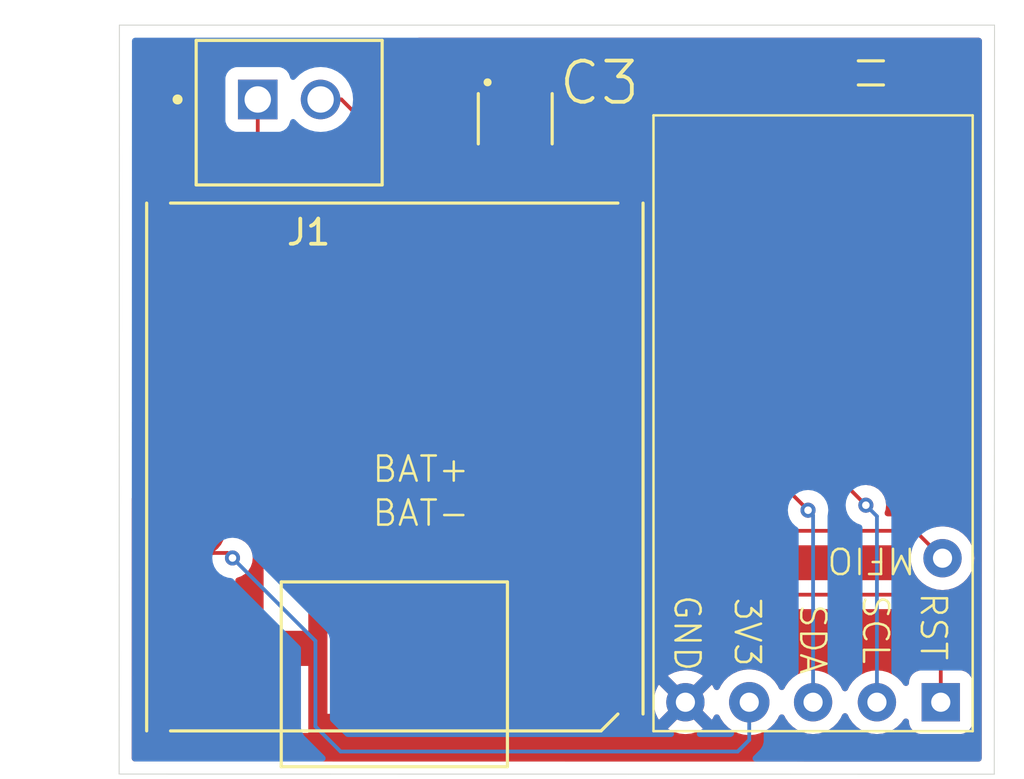
<source format=kicad_pcb>
(kicad_pcb (version 20240108) (generator "pcbnew") (generator_version "8.0")
  (layers (0 "F.Cu" signal "Front") (1 "In1.Cu" signal) (2 "In2.Cu" signal) (31 "B.Cu" signal "Back") (34 "B.Paste" user) (35 "F.Paste" user) (36 "B.SilkS" user "B.Silkscreen") (37 "F.SilkS" user "F.Silkscreen") (38 "B.Mask" user) (39 "F.Mask" user) (44 "Edge.Cuts" user))
  (net 0 "")
  (net 2 "GND")
  (net 3 "/3V3")
  (net 7 "/RST")
  (net 10 "/SCK")
  (net 13 "/MFIO")
  (net 14 "/SDA")
  (net 17 "Net-(U3-BAT_-)")
  (net 18 "Net-(U3-BAT_+)")
  (footprint "CDD Updated:CAPC1608X90N_47uF" (layer "F.Cu") (at 127 79 180)
    (property "Reference" "C3" (at 3.4 -0.3 0) (layer "F.SilkS") (effects (font (size 1.64 1.64))))
    (property "Value" "CL10A475KP8NNNC" (hide yes))
    (pad "1" smd rect (at -0.7112 0 180) (size 0.6604 0.9398) (layers "F.Cu" "F.Paste" "F.Mask") (net 3 "/3V3"))
    (pad "2" smd rect (at 0.7112 0 180) (size 0.6604 0.9398) (layers "F.Cu" "F.Paste" "F.Mask") (net 2 "GND"))
  )
  (footprint "CDD Updated:JST_B2B-XH-A" (layer "F.Cu") (at 111.2552 80.4826 180)
    (property "Reference" "J1" (at -0.775 -4.76 0) (layer "F.SilkS"))
    (property "Value" "B2B-XH-A" (hide yes))
    (fp_line (start 3.7 2.875) (end -3.7 2.875) (stroke (width 0.127)) (layer "F.SilkS"))
    (fp_line (start 3.7 -2.875) (end 3.7 2.875) (stroke (width 0.127)) (layer "F.SilkS"))
    (fp_line (start -3.7 2.875) (end -3.7 -2.875) (stroke (width 0.127)) (layer "F.SilkS"))
    (fp_line (start -3.7 -2.875) (end 3.7 -2.875) (stroke (width 0.127)) (layer "F.SilkS"))
    (fp_circle (center 4.44 0.525) (end 4.54 0.525) (stroke (width 0.2)) (fill none) (layer "F.SilkS"))
    (pad "1" thru_hole rect (at 1.25 0.525 180) (size 1.575 1.575) (drill 1.05) (layers "*.Cu" "*.Mask") (net 17 "Net-(U3-BAT_-)"))
    (pad "2" thru_hole circle (at -1.25 0.525 180) (size 1.575 1.575) (drill 1.05) (layers "*.Cu" "*.Mask") (net 18 "Net-(U3-BAT_+)"))
  )
  (footprint "CDD Updated:MOUDLE14P-SMD-2.54-21X17.8MM" (layer "F.Cu") (at 124.335 84.08 180)
    (property "Reference" "U3" (hide yes))
    (property "Value" "MOUDLE-SEEEDUINO-XIAO-ESP32C3")
    (fp_line (start 18.75 0) (end 18.75 -21) (stroke (width 0.127)) (layer "F.SilkS"))
    (fp_line (start 17.8 -21) (end 0.671541 -21) (stroke (width 0.127)) (layer "F.SilkS"))
    (fp_line (start 13.395 -15.072) (end 4.396 -15.072) (stroke (width 0.127)) (layer "F.SilkS"))
    (fp_line (start 13.395 -22.424) (end 13.395 -15.072) (stroke (width 0.127)) (layer "F.SilkS"))
    (fp_line (start 4.4 -22.424) (end 13.395 -22.424) (stroke (width 0.127)) (layer "F.SilkS"))
    (fp_line (start 4.396 -15.072) (end 4.396 -22.425) (stroke (width 0.127)) (layer "F.SilkS"))
    (fp_line (start 0.671541 -21) (end 0 -20.3285) (stroke (width 0.127)) (layer "F.SilkS"))
    (fp_line (start 0 0) (end 17.8 0) (stroke (width 0.127)) (layer "F.SilkS"))
    (fp_line (start -1 -20.3285) (end -1 0) (stroke (width 0.127)) (layer "F.SilkS"))
    (fp_text user "BAT-" (at 9.835 -12.92 0) (layer "F.SilkS") (effects (font (thickness 0.1)) (justify left bottom)))
    (fp_text user "BAT+" (at 9.835 -11.17 0) (layer "F.SilkS") (effects (font (thickness 0.1)) (justify left bottom)))
    (pad "1" smd roundrect (at 0.835 -18.12 180) (size 2.75 2) (layers "F.Cu" "F.Paste" "F.Mask") (roundrect_rratio 0.5))
    (pad "2" smd roundrect (at 0.835 -15.58 180) (size 2.75 2) (layers "F.Cu" "F.Paste" "F.Mask") (roundrect_rratio 0.5) (net 7 "/RST"))
    (pad "3" smd roundrect (at 0.835 -13.04 180) (size 2.75 2) (layers "F.Cu" "F.Paste" "F.Mask") (roundrect_rratio 0.5) (net 13 "/MFIO"))
    (pad "4" smd roundrect (at 0.835 -10.5 180) (size 2.75 2) (layers "F.Cu" "F.Paste" "F.Mask") (roundrect_rratio 0.5))
    (pad "5" smd roundrect (at 0.835 -7.96 180) (size 2.75 2) (layers "F.Cu" "F.Paste" "F.Mask") (roundrect_rratio 0.5) (net 14 "/SDA"))
    (pad "6" smd roundrect (at 0.835 -5.42 180) (size 2.75 2) (layers "F.Cu" "F.Paste" "F.Mask") (roundrect_rratio 0.5) (net 10 "/SCK"))
    (pad "7" smd roundrect (at 0.835 -2.88 180) (size 2.75 2) (layers "F.Cu" "F.Paste" "F.Mask") (roundrect_rratio 0.5))
    (pad "8" smd roundrect (at 17 -2.88 180) (size 2.75 2) (layers "F.Cu" "F.Paste" "F.Mask") (roundrect_rratio 0.5))
    (pad "9" smd roundrect (at 17 -5.42 180) (size 2.75 2) (layers "F.Cu" "F.Paste" "F.Mask") (roundrect_rratio 0.5))
    (pad "10" smd roundrect (at 17 -7.96 180) (size 2.75 2) (layers "F.Cu" "F.Paste" "F.Mask") (roundrect_rratio 0.5))
    (pad "11" smd roundrect (at 17 -10.5 180) (size 2.75 2) (layers "F.Cu" "F.Paste" "F.Mask") (roundrect_rratio 0.5))
    (pad "12" smd roundrect (at 17 -13.04 180) (size 2.75 2) (layers "F.Cu" "F.Paste" "F.Mask") (roundrect_rratio 0.5) (net 3 "/3V3"))
    (pad "13" smd roundrect (at 17 -15.58 180) (size 2.75 2) (layers "F.Cu" "F.Paste" "F.Mask") (roundrect_rratio 0.5) (net 2 "GND"))
    (pad "14" smd roundrect (at 17 -18.12 180) (size 2.75 2) (layers "F.Cu" "F.Paste" "F.Mask") (roundrect_rratio 0.5))
    (pad "15" smd roundrect (at 4.05 -11 180) (size 2.75 1) (layers "F.Cu" "F.Paste" "F.Mask") (roundrect_rratio 0.5) (net 18 "Net-(U3-BAT_+)"))
    (pad "16" smd roundrect (at 4.05 -12.9 180) (size 2.75 1) (layers "F.Cu" "F.Paste" "F.Mask") (roundrect_rratio 0.5) (net 17 "Net-(U3-BAT_-)"))
    (zone (net 0) (net_name "") (layer "F.Cu") (connect_pads (clearance 0)) (min_thickness 0.01)
      (keepout (tracks not_allowed) (vias not_allowed) (pads not_allowed) (copperpour not_allowed) (footprints allowed))
      (fill (thermal_gap 0.508) (thermal_bridge_width 0.508))
      (polygon (pts (xy 112.016 101.098) (xy 110.238 101.098) (xy 110.238 98.431) (xy 112.016 98.431)))
    )
    (zone (net 0) (net_name "") (layer "F.Cu") (connect_pads (clearance 0)) (min_thickness 0.01)
      (keepout (tracks not_allowed) (vias not_allowed) (pads not_allowed) (copperpour not_allowed) (footprints allowed))
      (fill (thermal_gap 0.508) (thermal_bridge_width 0.508))
      (polygon (pts (xy 112.016 105.162) (xy 110.238 105.162) (xy 110.238 102.495) (xy 112.016 102.495)))
    )
    (zone (net 0) (net_name "") (layer "F.Cu") (connect_pads (clearance 0)) (min_thickness 0.01)
      (keepout (tracks not_allowed) (vias not_allowed) (pads not_allowed) (copperpour not_allowed) (footprints allowed))
      (fill (thermal_gap 0.508) (thermal_bridge_width 0.508))
      (polygon (pts (xy 114.556 95.383) (xy 111.508 95.383) (xy 111.508 92.335) (xy 114.556 92.335)))
    )
    (zone (net 0) (net_name "") (layer "F.Cu") (connect_pads (clearance 0)) (min_thickness 0.01)
      (keepout (tracks not_allowed) (vias not_allowed) (pads not_allowed) (copperpour not_allowed) (footprints allowed))
      (fill (thermal_gap 0.508) (thermal_bridge_width 0.508))
      (polygon (pts (xy 117.985 87.255) (xy 112.27 87.255) (xy 112.27 84.715) (xy 117.985 84.715)))
    )
    (zone (net 0) (net_name "") (layer "F.Cu") (connect_pads (clearance 0)) (min_thickness 0.01)
      (keepout (tracks not_allowed) (vias not_allowed) (pads not_allowed) (copperpour not_allowed) (footprints allowed))
      (fill (thermal_gap 0.508) (thermal_bridge_width 0.508))
      (polygon (pts (xy 117.985 104.4) (xy 112.778 104.4) (xy 112.778 97.415) (xy 117.985 97.415)))
    )
    (zone (net 0) (net_name "") (layer "F.Cu") (connect_pads (clearance 0)) (min_thickness 0.01)
      (keepout (tracks not_allowed) (vias not_allowed) (pads not_allowed) (copperpour not_allowed) (footprints allowed))
      (fill (thermal_gap 0.508) (thermal_bridge_width 0.508))
      (polygon (pts (xy 120.652 101.098) (xy 118.874 101.098) (xy 118.874 98.431) (xy 120.652 98.431)))
    )
    (zone (net 0) (net_name "") (layer "F.Cu") (connect_pads (clearance 0)) (min_thickness 0.01)
      (keepout (tracks not_allowed) (vias not_allowed) (pads not_allowed) (copperpour not_allowed) (footprints allowed))
      (fill (thermal_gap 0.508) (thermal_bridge_width 0.508))
      (polygon (pts (xy 120.652 105.162) (xy 118.874 105.162) (xy 118.874 102.495) (xy 120.652 102.495)))
    )
  )
  (footprint "CDD Updated:MAX30101_PPG_Sensor" (layer "F.Cu") (at 125.75 105.2095 -90)
    (property "Reference" "U2" (hide yes))
    (property "Value" "MAX30101" (hide yes))
    (fp_line (start -24.619 0) (end -24.619 -12.7) (stroke (width 0.1)) (layer "F.SilkS"))
    (fp_line (start -0.119 0) (end -24.619 0) (stroke (width 0.1)) (layer "F.SilkS"))
    (fp_line (start -24.619 -12.7) (end -0.119 -12.7) (stroke (width 0.1)) (layer "F.SilkS"))
    (fp_line (start -0.119 -12.7) (end -0.119 0) (stroke (width 0.1)) (layer "F.SilkS"))
    (fp_text user "RST" (at -5.7095 -10.55 -90) (layer "F.SilkS") (effects (font (thickness 0.1)) (justify left bottom)))
    (fp_text user "GND" (at -5.6095 -0.75 -90) (layer "F.SilkS") (effects (font (thickness 0.1)) (justify left bottom)))
    (fp_text user "3V3" (at -5.5095 -3.15 -90) (layer "F.SilkS") (effects (font (thickness 0.1)) (justify left bottom)))
    (fp_text user "MFIO" (at -7.5 -10.5 180) (layer "F.SilkS") (effects (font (thickness 0.1)) (justify left bottom)))
    (fp_text user "SDA" (at -5.25 -5.75 -90) (layer "F.SilkS") (effects (font (thickness 0.1)) (justify left bottom)))
    (fp_text user "SCL" (at -5.6095 -8.25 -90) (layer "F.SilkS") (effects (font (thickness 0.1)) (justify left bottom)))
    (pad "1" thru_hole rect (at -1.27 -11.43 270) (size 1.524 1.524) (drill 0.762) (layers "*.Cu" "*.Mask") (net 7 "/RST"))
    (pad "2" thru_hole circle (at -1.27 -8.89 270) (size 1.524 1.524) (drill 0.762) (layers "*.Cu" "*.Mask") (net 10 "/SCK"))
    (pad "3" thru_hole circle (at -1.27 -6.35 270) (size 1.524 1.524) (drill 0.762) (layers "*.Cu" "*.Mask") (net 14 "/SDA"))
    (pad "4" thru_hole circle (at -1.27 -3.81 270) (size 1.606436 1.606436) (drill 0.762) (layers "*.Cu" "*.Mask") (net 3 "/3V3"))
    (pad "5" thru_hole circle (at -1.27 -1.27 270) (size 1.524 1.524) (drill 0.762) (layers "*.Cu" "*.Mask") (net 2 "GND"))
    (pad "6" thru_hole circle (at -7 -11.5 270) (size 1.524 1.524) (drill 0.762) (layers "*.Cu" "*.Mask") (net 13 "/MFIO"))
  )
  (footprint "CDD Updated:XDCR_DPS368XTSA1_Pressure_Sensor" (layer "F.Cu") (at 120.25 80.725 90)
    (property "Reference" "U1" (hide yes))
    (property "Value" "DPS368XTSA1_PRESSURE_SENSOR" (hide yes))
    (fp_line (start -1 -1.47) (end 1 -1.47) (stroke (width 0.127)) (layer "F.SilkS"))
    (fp_line (start -1 1.47) (end 1 1.47) (stroke (width 0.127)) (layer "F.SilkS"))
    (fp_circle (center 1.45 -1.1) (end 1.53 -1.1) (stroke (width 0.16)) (fill none) (layer "F.SilkS"))
    (pad "1" smd rect (at 0.725 -0.975 90) (size 0.35 0.35) (layers "F.Cu" "F.Mask") (net 2 "GND"))
    (pad "2" smd rect (at 0.725 -0.325 90) (size 0.35 0.35) (layers "F.Cu" "F.Mask"))
    (pad "3" smd rect (at 0.725 0.325 90) (size 0.35 0.35) (layers "F.Cu" "F.Mask") (net 14 "/SDA"))
    (pad "4" smd rect (at 0.725 0.975 90) (size 0.35 0.35) (layers "F.Cu" "F.Mask") (net 10 "/SCK"))
    (pad "5" smd rect (at -0.725 0.975 90) (size 0.35 0.35) (layers "F.Cu" "F.Mask"))
    (pad "6" smd rect (at -0.725 0.325 90) (size 0.35 0.35) (layers "F.Cu" "F.Mask") (net 3 "/3V3"))
    (pad "7" smd rect (at -0.725 -0.325 90) (size 0.35 0.35) (layers "F.Cu" "F.Mask") (net 2 "GND"))
    (pad "8" smd rect (at -0.725 -0.975 90) (size 0.35 0.35) (layers "F.Cu" "F.Mask") (net 3 "/3V3"))
  )
  (footprint "CDD Updated:CAPC1005X55N_0.1NF" (layer "F.Cu") (at 134.4 78.9 180)
    (property "Reference" "C4" (hide yes))
    (property "Value" "CL05B104KP5NNNC" (hide yes))
    (fp_line (start 0.5 -0.48) (end -0.5 -0.48) (stroke (width 0.127)) (layer "F.SilkS"))
    (fp_line (start -0.5 0.48) (end 0.5 0.48) (stroke (width 0.127)) (layer "F.SilkS"))
    (pad "1" smd roundrect (at -0.43 0 180) (size 0.54 0.6) (layers "F.Cu" "F.Paste" "F.Mask") (roundrect_rratio 0.265) (net 3 "/3V3"))
    (pad "2" smd roundrect (at 0.43 0 180) (size 0.54 0.6) (layers "F.Cu" "F.Paste" "F.Mask") (roundrect_rratio 0.265) (net 2 "GND"))
  )
  (gr_line (start 104.5 77) (end 104.4905 106.7975) (stroke (width 0.0381)) (layer "Edge.Cuts"))
  (gr_line (start 139.3095 106.8025) (end 139.319 77) (stroke (width 0.0381)) (layer "Edge.Cuts"))
  (gr_line (start 104.4905 106.7975) (end 139.3095 106.8025) (stroke (width 0.0381)) (layer "Edge.Cuts"))
  (gr_line (start 139.319 77) (end 104.5 77) (stroke (width 0.0381)) (layer "Edge.Cuts"))
  (segment (start 126.2888 79) (end 120.275 79) (width 0.15) (layer "F.Cu") (net 2))
  (segment (start 119.925 81.45) (end 119.925 80.65) (width 0.15) (layer "F.Cu") (net 2))
  (segment (start 119.925 80.65) (end 119.275 80) (width 0.15) (layer "F.Cu") (net 2))
  (segment (start 120.275 79) (end 119.275 80) (width 0.15) (layer "F.Cu") (net 2))
  (segment (start 119.925 81.369) (end 119.925 81.45) (width 0.127) (layer "F.Cu") (net 2))
  (segment (start 119.652 81.827) (end 119.275 81.45) (width 0.15) (layer "F.Cu") (net 3))
  (segment (start 108.215 98) (end 107.335 97.12) (width 0.15) (layer "F.Cu") (net 3))
  (segment (start 107.335 97.12) (end 105.758 95.543) (width 0.15) (layer "F.Cu") (net 3))
  (segment (start 109 98.2) (end 108.8 98) (width 0.15) (layer "F.Cu") (net 3))
  (segment (start 127.0393 78.3281) (end 120.1929 78.3281) (width 0.15) (layer "F.Cu") (net 3))
  (segment (start 128.6112 79.9) (end 134.6 79.9) (width 0.15) (layer "F.Cu") (net 3))
  (segment (start 116.025 78.2) (end 118.7125 80.8875) (width 0.15) (layer "F.Cu") (net 3))
  (segment (start 108.5 78.2) (end 116.025 78.2) (width 0.15) (layer "F.Cu") (net 3))
  (segment (start 127.7112 79) (end 128.6112 79.9) (width 0.15) (layer "F.Cu") (net 3))
  (segment (start 134.83 79.67) (end 134.83 78.9) (width 0.15) (layer "F.Cu") (net 3))
  (segment (start 127.7112 79) (end 127.0393 78.3281) (width 0.15) (layer "F.Cu") (net 3))
  (segment (start 120.198 81.827) (end 119.652 81.827) (width 0.15) (layer "F.Cu") (net 3))
  (segment (start 105.758 95.543) (end 105.758 80.942) (width 0.15) (layer "F.Cu") (net 3))
  (segment (start 134.6 79.9) (end 134.83 79.67) (width 0.15) (layer "F.Cu") (net 3))
  (segment (start 120.575 81.45) (end 120.198 81.827) (width 0.15) (layer "F.Cu") (net 3))
  (segment (start 120.1929 78.3281) (end 118.7125 79.8085) (width 0.15) (layer "F.Cu") (net 3))
  (segment (start 105.758 80.942) (end 108.5 78.2) (width 0.15) (layer "F.Cu") (net 3))
  (segment (start 118.7125 79.8085) (end 118.7125 80.8875) (width 0.15) (layer "F.Cu") (net 3))
  (segment (start 118.7125 80.8875) (end 119.275 81.45) (width 0.15) (layer "F.Cu") (net 3))
  (segment (start 108.8 98) (end 108.215 98) (width 0.15) (layer "F.Cu") (net 3))
  (via (at 109 98.2) (size 0.6) (drill 0.3) (layers "F.Cu" "B.Cu") (net 3))
  (segment (start 129.56 105.44) (end 129.1 105.9) (width 0.15) (layer "B.Cu") (net 3))
  (segment (start 129.56 103.9395) (end 129.56 105.44) (width 0.15) (layer "B.Cu") (net 3))
  (segment (start 112.3 101.5) (end 109 98.2) (width 0.15) (layer "B.Cu") (net 3))
  (segment (start 112.3 104.9) (end 112.3 101.5) (width 0.15) (layer "B.Cu") (net 3))
  (segment (start 129.1 105.9) (end 113.3 105.9) (width 0.15) (layer "B.Cu") (net 3))
  (segment (start 112.3 104.9) (end 113.3 105.9) (width 0.15) (layer "B.Cu") (net 3))
  (segment (start 137.18 101.28) (end 135.56 99.66) (width 0.15) (layer "F.Cu") (net 7))
  (segment (start 137.18 103.9395) (end 137.18 101.28) (width 0.15) (layer "F.Cu") (net 7))
  (segment (start 135.56 99.66) (end 123.5 99.66) (width 0.15) (layer "F.Cu") (net 7))
  (segment (start 125.077 87.923) (end 125.077 83.852) (width 0.15) (layer "F.Cu") (net 10))
  (segment (start 127.6 89.5) (end 134.2 96.1) (width 0.15) (layer "F.Cu") (net 10))
  (segment (start 125.077 83.852) (end 121.225 80) (width 0.15) (layer "F.Cu") (net 10))
  (segment (start 123.5 89.5) (end 127.6 89.5) (width 0.15) (layer "F.Cu") (net 10))
  (segment (start 123.5 89.5) (end 125.077 87.923) (width 0.15) (layer "F.Cu") (net 10))
  (via (at 134.2 96.1) (size 0.6) (drill 0.3) (layers "F.Cu" "B.Cu") (net 10))
  (segment (start 134.2 96.1) (end 134.64 96.54) (width 0.15) (layer "B.Cu") (net 10))
  (segment (start 134.64 96.54) (end 134.64 103.9395) (width 0.15) (layer "B.Cu") (net 10))
  (segment (start 136.1605 97.12) (end 137.25 98.2095) (width 0.15) (layer "F.Cu") (net 13))
  (segment (start 123.5 97.12) (end 136.1605 97.12) (width 0.15) (layer "F.Cu") (net 13))
  (segment (start 127.64 92.04) (end 131.9 96.3) (width 0.15) (layer "F.Cu") (net 14))
  (segment (start 121.923 90.463) (end 121.923 81.348) (width 0.15) (layer "F.Cu") (net 14))
  (segment (start 121.923 81.348) (end 120.575 80) (width 0.15) (layer "F.Cu") (net 14))
  (segment (start 123.5 92.04) (end 121.923 90.463) (width 0.15) (layer "F.Cu") (net 14))
  (segment (start 123.5 92.04) (end 127.64 92.04) (width 0.15) (layer "F.Cu") (net 14))
  (via (at 131.9 96.3) (size 0.6) (drill 0.3) (layers "F.Cu" "B.Cu") (net 14))
  (segment (start 132.1 96.5) (end 132.1 103.9395) (width 0.15) (layer "B.Cu") (net 14))
  (segment (start 131.9 96.3) (end 132.1 96.5) (width 0.15) (layer "B.Cu") (net 14))
  (segment (start 110.0052 86.7002) (end 110.0052 79.9576) (width 0.15) (layer "F.Cu") (net 17))
  (segment (start 120.285 96.98) (end 110.0052 86.7002) (width 0.15) (layer "F.Cu") (net 17))
  (segment (start 120.285 86.908934) (end 113.333666 79.9576) (width 0.15) (layer "F.Cu") (net 18))
  (segment (start 113.333666 79.9576) (end 112.5052 79.9576) (width 0.15) (layer "F.Cu") (net 18))
  (segment (start 120.285 95.08) (end 120.285 86.908934) (width 0.15) (layer "F.Cu") (net 18))
  (segment (start 119.9 94.695) (end 120.285 95.08) (width 0.127) (layer "F.Cu") (net 18))
  (zone (net 2) (net_name "GND") (layers "F&B.Cu") (connect_pads (clearance 0.5)) (min_thickness 0.25) (fill yes (thermal_gap 0.5) (thermal_bridge_width 0.5))
    (polygon (pts (xy 140.5 107) (xy 99.75 107) (xy 101 76) (xy 140.5 76)))
  )
)
</source>
